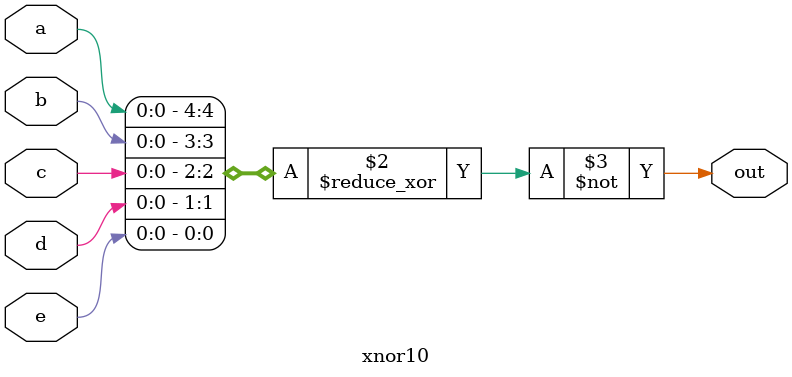
<source format=v>
module xnor10 (
  input a,
  input b,
  input c,
  input d,
  input e,
  output reg out
);

    always @(*) begin
        out = ~(^{a,b,c,d,e}); // XNOR using built-in operator
    end
    
    
endmodule

</source>
